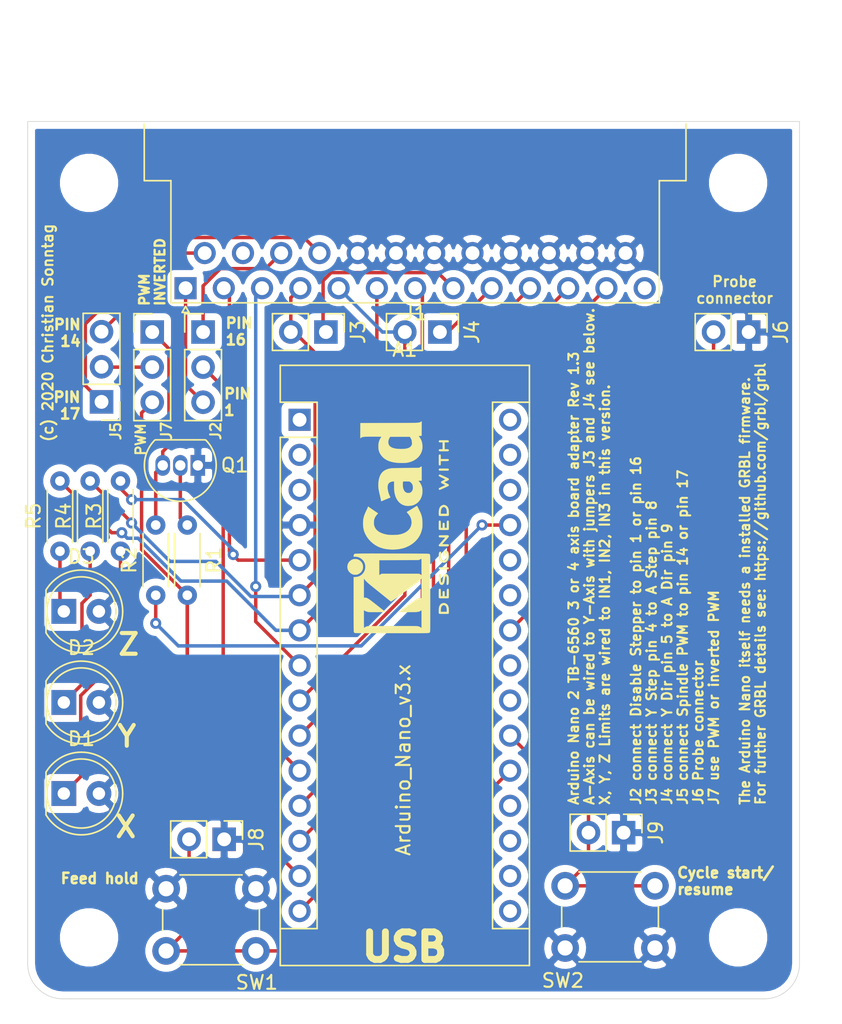
<source format=kicad_pcb>
(kicad_pcb (version 20171130) (host pcbnew 5.1.6-c6e7f7d~87~ubuntu20.04.1)
  (layers (0 F.Cu signal) (31 B.Cu signal) (34 B.Paste user) (35 F.Paste user) (36 B.SilkS user) (37 F.SilkS user) (38 B.Mask user) (39 F.Mask user) (44 Edge.Cuts user))
  (net 0 "")
  (net 1 "Net-(A1-Pad16)")
  (net 2 "Net-(A1-Pad30)")
  (net 3 Z_LIMIT)
  (net 4 "Net-(A1-Pad29)")
  (net 5 Y_LIMIT)
  (net 6 "Net-(A1-Pad28)")
  (net 7 X_LIMIT)
  (net 8 DISABLE_STEPPER)
  (net 9 "Net-(A1-Pad26)")
  (net 10 Z_DIR)
  (net 11 "Net-(A1-Pad25)")
  (net 12 Y_DIR)
  (net 13 X_DIR)
  (net 14 "Net-(A1-Pad23)")
  (net 15 Z_STEP)
  (net 16 "Net-(A1-Pad22)")
  (net 17 Y_STEP)
  (net 18 X_STEP)
  (net 19 GND)
  (net 20 "Net-(A1-Pad19)")
  (net 21 "Net-(A1-Pad3)")
  (net 22 "Net-(A1-Pad18)")
  (net 23 "Net-(A1-Pad2)")
  (net 24 "Net-(A1-Pad17)")
  (net 25 "Net-(A1-Pad1)")
  (net 26 "Net-(J1-Pad15)")
  (net 27 "Net-(J1-Pad13)")
  (net 28 DISABLE_STEPPER_16)
  (net 29 DISABLE_STEPPER_1)
  (net 30 A_DIR)
  (net 31 A_STEP)
  (net 32 SPINDLE_ENABLE_17)
  (net 33 SPINDLE_ENABLE_14)
  (net 34 SPINDLE_PWM)
  (net 35 VCC)
  (net 36 "Net-(Q1-Pad2)")
  (net 37 PROBE)
  (net 38 SPINDLE_PWM_SELECT)
  (net 39 SPINDLE_PWM_INVERTED)
  (net 40 CYCLE_START_RESUME)
  (net 41 FEED_HOLD)
  (net 42 "Net-(D1-Pad1)")
  (net 43 "Net-(D2-Pad1)")
  (net 44 "Net-(D3-Pad1)")
  (module Resistor_THT:R_Axial_DIN0204_L3.6mm_D1.6mm_P5.08mm_Horizontal (layer F.Cu) (at 128.7018 75.5523 90)
    (fp_text reference R5 (at 2.54 -1.92 90) (layer F.SilkS))
    (fp_text value "1k Ohm")
    (pad 2 thru_hole oval (at 5.08 0 90) (size 1.4 1.4) (drill 0.7) (layers *.Cu *.Mask) (net 15 Z_STEP))
    (pad 1 thru_hole circle (at 0 0 90) (size 1.4 1.4) (drill 0.7) (layers *.Cu *.Mask) (net 44 "Net-(D3-Pad1)"))
  )
  (module Resistor_THT:R_Axial_DIN0204_L3.6mm_D1.6mm_P5.08mm_Horizontal (layer F.Cu) (at 130.8862 75.5523 90)
    (fp_text reference R4 (at 2.54 -1.92 90) (layer F.SilkS))
    (fp_text value "1k Ohm")
    (pad 2 thru_hole oval (at 5.08 0 90) (size 1.4 1.4) (drill 0.7) (layers *.Cu *.Mask) (net 17 Y_STEP))
    (pad 1 thru_hole circle (at 0 0 90) (size 1.4 1.4) (drill 0.7) (layers *.Cu *.Mask) (net 43 "Net-(D2-Pad1)"))
  )
  (module Resistor_THT:R_Axial_DIN0204_L3.6mm_D1.6mm_P5.08mm_Horizontal (layer F.Cu) (at 133.0833 75.5523 90)
    (fp_text reference R3 (at 2.54 -1.92 90) (layer F.SilkS))
    (fp_text value "1k Ohm")
    (pad 2 thru_hole oval (at 5.08 0 90) (size 1.4 1.4) (drill 0.7) (layers *.Cu *.Mask) (net 18 X_STEP))
    (pad 1 thru_hole circle (at 0 0 90) (size 1.4 1.4) (drill 0.7) (layers *.Cu *.Mask) (net 42 "Net-(D1-Pad1)"))
  )
  (module LED_THT:LED_D5.0mm (layer F.Cu) (at 128.9812 79.9084)
    (fp_text reference D3 (at 1.27 -3.96) (layer F.SilkS))
    (fp_text value LED)
    (pad 2 thru_hole circle (at 2.54 0) (size 1.8 1.8) (drill 0.9) (layers *.Cu *.Mask) (net 19 GND))
    (pad 1 thru_hole rect (at 0 0) (size 1.8 1.8) (drill 0.9) (layers *.Cu *.Mask) (net 44 "Net-(D3-Pad1)"))
  )
  (module LED_THT:LED_D5.0mm (layer F.Cu) (at 128.9812 86.4997)
    (fp_text reference D2 (at 1.27 -3.96) (layer F.SilkS))
    (fp_text value LED)
    (pad 2 thru_hole circle (at 2.54 0) (size 1.8 1.8) (drill 0.9) (layers *.Cu *.Mask) (net 19 GND))
    (pad 1 thru_hole rect (at 0 0) (size 1.8 1.8) (drill 0.9) (layers *.Cu *.Mask) (net 43 "Net-(D2-Pad1)"))
  )
  (module LED_THT:LED_D5.0mm (layer F.Cu) (at 128.9812 93.091)
    (fp_text reference D1 (at 1.27 -3.96) (layer F.SilkS))
    (fp_text value LED)
    (pad 2 thru_hole circle (at 2.54 0) (size 1.8 1.8) (drill 0.9) (layers *.Cu *.Mask) (net 19 GND))
    (pad 1 thru_hole rect (at 0 0) (size 1.8 1.8) (drill 0.9) (layers *.Cu *.Mask) (net 42 "Net-(D1-Pad1)"))
  )
  (module Button_Switch_THT:SW_PUSH_6mm_H7.3mm (layer F.Cu) (at 165.2778 99.7712)
    (fp_text reference SW2 (at -0.1651 6.858) (layer F.SilkS))
    (fp_text value SW_Push)
    (pad 1 thru_hole circle (at 6.5 0 90) (size 2 2) (drill 1.1) (layers *.Cu *.Mask) (net 40 CYCLE_START_RESUME))
    (pad 2 thru_hole circle (at 6.5 4.5 90) (size 2 2) (drill 1.1) (layers *.Cu *.Mask) (net 19 GND))
    (pad 1 thru_hole circle (at 0 0 90) (size 2 2) (drill 1.1) (layers *.Cu *.Mask) (net 40 CYCLE_START_RESUME))
    (pad 2 thru_hole circle (at 0 4.5 90) (size 2 2) (drill 1.1) (layers *.Cu *.Mask) (net 19 GND))
  )
  (module Button_Switch_THT:SW_PUSH_6mm_H7.3mm (layer F.Cu) (at 142.8877 104.4829 180)
    (fp_text reference SW1 (at -0.0635 -2.286) (layer F.SilkS))
    (fp_text value SW_Push)
    (pad 1 thru_hole circle (at 6.5 0 270) (size 2 2) (drill 1.1) (layers *.Cu *.Mask) (net 41 FEED_HOLD))
    (pad 2 thru_hole circle (at 6.5 4.5 270) (size 2 2) (drill 1.1) (layers *.Cu *.Mask) (net 19 GND))
    (pad 1 thru_hole circle (at 0 0 270) (size 2 2) (drill 1.1) (layers *.Cu *.Mask) (net 41 FEED_HOLD))
    (pad 2 thru_hole circle (at 0 4.5 270) (size 2 2) (drill 1.1) (layers *.Cu *.Mask) (net 19 GND))
  )
  (module Connector_PinHeader_2.54mm:PinHeader_1x02_P2.54mm_Vertical (layer F.Cu) (at 169.5069 95.9231 270)
    (fp_text reference J9 (at 0 -2.33 90) (layer F.SilkS))
    (fp_text value Conn_01x02_Male)
    (pad 2 thru_hole oval (at 0 2.54 270) (size 1.7 1.7) (drill 1) (layers *.Cu *.Mask) (net 40 CYCLE_START_RESUME))
    (pad 1 thru_hole rect (at 0 0 270) (size 1.7 1.7) (drill 1) (layers *.Cu *.Mask) (net 19 GND))
  )
  (module Connector_PinHeader_2.54mm:PinHeader_1x02_P2.54mm_Vertical (layer F.Cu) (at 140.589 96.4057 270)
    (fp_text reference J8 (at 0 -2.33 90) (layer F.SilkS))
    (fp_text value Conn_01x02_Male)
    (pad 2 thru_hole oval (at 0 2.54 270) (size 1.7 1.7) (drill 1) (layers *.Cu *.Mask) (net 41 FEED_HOLD))
    (pad 1 thru_hole rect (at 0 0 270) (size 1.7 1.7) (drill 1) (layers *.Cu *.Mask) (net 19 GND))
  )
  (module Connector_PinHeader_2.54mm:PinHeader_1x03_P2.54mm_Vertical (layer F.Cu) (at 135.382 59.69)
    (fp_text reference J7 (at 1.0287 7.1501 90) (layer F.SilkS) (effects (font (size 0.75 0.75))))
    (fp_text value Conn_01x03_Male)
    (pad 3 thru_hole oval (at 0 5.08) (size 1.7 1.7) (drill 1) (layers *.Cu *.Mask) (net 34 SPINDLE_PWM))
    (pad 2 thru_hole oval (at 0 2.54) (size 1.7 1.7) (drill 1) (layers *.Cu *.Mask) (net 38 SPINDLE_PWM_SELECT))
    (pad 1 thru_hole rect (at 0 0) (size 1.7 1.7) (drill 1) (layers *.Cu *.Mask) (net 39 SPINDLE_PWM_INVERTED))
  )
  (module Resistor_THT:R_Axial_DIN0204_L3.6mm_D1.6mm_P5.08mm_Horizontal (layer F.Cu) (at 135.636 78.74 90)
    (fp_text reference R2 (at 2.54 -1.92 90) (layer F.SilkS))
    (fp_text value "1K Ohm")
    (pad 2 thru_hole oval (at 5.08 0 90) (size 1.4 1.4) (drill 0.7) (layers *.Cu *.Mask) (net 39 SPINDLE_PWM_INVERTED))
    (pad 1 thru_hole circle (at 0 0 90) (size 1.4 1.4) (drill 0.7) (layers *.Cu *.Mask) (net 35 VCC))
  )
  (module Resistor_THT:R_Axial_DIN0204_L3.6mm_D1.6mm_P5.08mm_Horizontal (layer F.Cu) (at 137.922 73.66 270)
    (fp_text reference R1 (at 2.54 -1.92 90) (layer F.SilkS))
    (fp_text value "1k Ohm")
    (pad 2 thru_hole oval (at 5.08 0 270) (size 1.4 1.4) (drill 0.7) (layers *.Cu *.Mask) (net 34 SPINDLE_PWM))
    (pad 1 thru_hole circle (at 0 0 270) (size 1.4 1.4) (drill 0.7) (layers *.Cu *.Mask) (net 36 "Net-(Q1-Pad2)"))
  )
  (module Connector_PinHeader_2.54mm:PinHeader_1x02_P2.54mm_Vertical (layer F.Cu) (at 178.562 59.69 270)
    (fp_text reference J6 (at 0 -2.33 90) (layer F.SilkS))
    (fp_text value Conn_01x02_Male)
    (pad 2 thru_hole oval (at 0 2.54 270) (size 1.7 1.7) (drill 1) (layers *.Cu *.Mask) (net 37 PROBE))
    (pad 1 thru_hole rect (at 0 0 270) (size 1.7 1.7) (drill 1) (layers *.Cu *.Mask) (net 19 GND))
  )
  (module Package_TO_SOT_THT:TO-92_Inline (layer F.Cu) (at 138.684 69.342 180)
    (fp_text reference Q1 (at -2.667 0.0127) (layer F.SilkS))
    (fp_text value 2N3904)
    (pad 1 thru_hole rect (at 0 0 180) (size 1.05 1.5) (drill 0.75) (layers *.Cu *.Mask) (net 19 GND))
    (pad 3 thru_hole oval (at 2.54 0 180) (size 1.05 1.5) (drill 0.75) (layers *.Cu *.Mask) (net 39 SPINDLE_PWM_INVERTED))
    (pad 2 thru_hole oval (at 1.27 0 180) (size 1.05 1.5) (drill 0.75) (layers *.Cu *.Mask) (net 36 "Net-(Q1-Pad2)"))
  )
  (module Connector_PinHeader_2.54mm:PinHeader_1x03_P2.54mm_Vertical (layer F.Cu) (at 131.7117 64.7446 180)
    (fp_text reference J5 (at -1.0287 -2.1209 90) (layer F.SilkS) (effects (font (size 0.75 0.75))))
    (fp_text value Conn_01x03_Male)
    (pad 3 thru_hole oval (at 0 5.08 180) (size 1.7 1.7) (drill 1) (layers *.Cu *.Mask) (net 33 SPINDLE_ENABLE_14))
    (pad 2 thru_hole oval (at 0 2.54 180) (size 1.7 1.7) (drill 1) (layers *.Cu *.Mask) (net 38 SPINDLE_PWM_SELECT))
    (pad 1 thru_hole rect (at 0 0 180) (size 1.7 1.7) (drill 1) (layers *.Cu *.Mask) (net 32 SPINDLE_ENABLE_17))
  )
  (module Connector_PinHeader_2.54mm:PinHeader_1x02_P2.54mm_Vertical (layer F.Cu) (at 156.21 59.69 270)
    (fp_text reference J4 (at 0 -2.33 90) (layer F.SilkS))
    (fp_text value Conn_01x02_Male)
    (pad 2 thru_hole oval (at 0 2.54 270) (size 1.7 1.7) (drill 1) (layers *.Cu *.Mask) (net 12 Y_DIR))
    (pad 1 thru_hole rect (at 0 0 270) (size 1.7 1.7) (drill 1) (layers *.Cu *.Mask) (net 30 A_DIR))
  )
  (module Connector_PinHeader_2.54mm:PinHeader_1x02_P2.54mm_Vertical (layer F.Cu) (at 147.955 59.69 270)
    (fp_text reference J3 (at 0 -2.33 90) (layer F.SilkS))
    (fp_text value Conn_01x02_Male)
    (pad 2 thru_hole oval (at 0 2.54 270) (size 1.7 1.7) (drill 1) (layers *.Cu *.Mask) (net 17 Y_STEP))
    (pad 1 thru_hole rect (at 0 0 270) (size 1.7 1.7) (drill 1) (layers *.Cu *.Mask) (net 31 A_STEP))
  )
  (module Connector_PinHeader_2.54mm:PinHeader_1x03_P2.54mm_Vertical (layer F.Cu) (at 139.065 59.69)
    (fp_text reference J2 (at 0.9144 7.1628 90) (layer F.SilkS) (effects (font (size 0.75 0.75))))
    (fp_text value Conn_01x03_Male)
    (pad 3 thru_hole oval (at 0 5.08) (size 1.7 1.7) (drill 1) (layers *.Cu *.Mask) (net 29 DISABLE_STEPPER_1))
    (pad 2 thru_hole oval (at 0 2.54) (size 1.7 1.7) (drill 1) (layers *.Cu *.Mask) (net 8 DISABLE_STEPPER))
    (pad 1 thru_hole rect (at 0 0) (size 1.7 1.7) (drill 1) (layers *.Cu *.Mask) (net 28 DISABLE_STEPPER_16))
  )
  (module Symbol:KiCad-Logo2_6mm_SilkScreen (layer F.Cu) (at 152.4889 73.8251 90)
    (fp_text reference REF** hide)
    (fp_text value KiCad-Logo2_6mm_SilkScreen hide)
  )
  (module MountingHole:MountingHole_3.2mm_M3 (layer F.Cu) (at 177.8 48.895)
    (fp_text reference REF** hide)
    (fp_text value MountingHole_3.2mm_M3 hide)
    (pad 1 np_thru_hole circle (at 0 0) (size 3.2 3.2) (drill 3.2) (layers *.Cu *.Mask))
  )
  (module MountingHole:MountingHole_3.2mm_M3 (layer F.Cu) (at 130.81 48.895)
    (fp_text reference REF** hide)
    (fp_text value MountingHole_3.2mm_M3 hide)
    (pad 1 np_thru_hole circle (at 0 0) (size 3.2 3.2) (drill 3.2) (layers *.Cu *.Mask))
  )
  (module MountingHole:MountingHole_3.2mm_M3 (layer F.Cu) (at 130.81 103.505)
    (fp_text reference REF** hide)
    (fp_text value MountingHole_3.2mm_M3 hide)
    (pad 1 np_thru_hole circle (at 0 0) (size 3.2 3.2) (drill 3.2) (layers *.Cu *.Mask))
  )
  (module MountingHole:MountingHole_3.2mm_M3 (layer F.Cu) (at 177.8 103.505)
    (fp_text reference REF** hide)
    (fp_text value MountingHole_3.2mm_M3 hide)
    (pad 1 np_thru_hole circle (at 0 0) (size 3.2 3.2) (drill 3.2) (layers *.Cu *.Mask))
  )
  (module Connector_Dsub:DSUB-25_Female_Horizontal_P2.77x2.54mm_EdgePinOffset9.40mm (layer F.Cu) (at 137.795 56.515 180)
    (fp_text reference J1 (at -16.62 -1.8) (layer F.SilkS))
    (fp_text value DB25_Female_MountingHoles)
    (pad 25 thru_hole circle (at -31.855 2.54 180) (size 1.6 1.6) (drill 1) (layers *.Cu *.Mask) (net 19 GND))
    (pad 24 thru_hole circle (at -29.085 2.54 180) (size 1.6 1.6) (drill 1) (layers *.Cu *.Mask) (net 19 GND))
    (pad 23 thru_hole circle (at -26.315 2.54 180) (size 1.6 1.6) (drill 1) (layers *.Cu *.Mask) (net 19 GND))
    (pad 22 thru_hole circle (at -23.545 2.54 180) (size 1.6 1.6) (drill 1) (layers *.Cu *.Mask) (net 19 GND))
    (pad 21 thru_hole circle (at -20.775 2.54 180) (size 1.6 1.6) (drill 1) (layers *.Cu *.Mask) (net 19 GND))
    (pad 20 thru_hole circle (at -18.005 2.54 180) (size 1.6 1.6) (drill 1) (layers *.Cu *.Mask) (net 19 GND))
    (pad 19 thru_hole circle (at -15.235 2.54 180) (size 1.6 1.6) (drill 1) (layers *.Cu *.Mask) (net 19 GND))
    (pad 18 thru_hole circle (at -12.465 2.54 180) (size 1.6 1.6) (drill 1) (layers *.Cu *.Mask) (net 19 GND))
    (pad 17 thru_hole circle (at -9.695 2.54 180) (size 1.6 1.6) (drill 1) (layers *.Cu *.Mask) (net 32 SPINDLE_ENABLE_17))
    (pad 16 thru_hole circle (at -6.925 2.54 180) (size 1.6 1.6) (drill 1) (layers *.Cu *.Mask) (net 28 DISABLE_STEPPER_16))
    (pad 15 thru_hole circle (at -4.155 2.54 180) (size 1.6 1.6) (drill 1) (layers *.Cu *.Mask) (net 26 "Net-(J1-Pad15)"))
    (pad 14 thru_hole circle (at -1.385 2.54 180) (size 1.6 1.6) (drill 1) (layers *.Cu *.Mask) (net 33 SPINDLE_ENABLE_14))
    (pad 13 thru_hole circle (at -33.24 0 180) (size 1.6 1.6) (drill 1) (layers *.Cu *.Mask) (net 27 "Net-(J1-Pad13)"))
    (pad 12 thru_hole circle (at -30.47 0 180) (size 1.6 1.6) (drill 1) (layers *.Cu *.Mask) (net 3 Z_LIMIT))
    (pad 11 thru_hole circle (at -27.7 0 180) (size 1.6 1.6) (drill 1) (layers *.Cu *.Mask) (net 5 Y_LIMIT))
    (pad 10 thru_hole circle (at -24.93 0 180) (size 1.6 1.6) (drill 1) (layers *.Cu *.Mask) (net 7 X_LIMIT))
    (pad 9 thru_hole circle (at -22.16 0 180) (size 1.6 1.6) (drill 1) (layers *.Cu *.Mask) (net 30 A_DIR))
    (pad 8 thru_hole circle (at -19.39 0 180) (size 1.6 1.6) (drill 1) (layers *.Cu *.Mask) (net 31 A_STEP))
    (pad 7 thru_hole circle (at -16.62 0 180) (size 1.6 1.6) (drill 1) (layers *.Cu *.Mask) (net 10 Z_DIR))
    (pad 6 thru_hole circle (at -13.85 0 180) (size 1.6 1.6) (drill 1) (layers *.Cu *.Mask) (net 15 Z_STEP))
    (pad 5 thru_hole circle (at -11.08 0 180) (size 1.6 1.6) (drill 1) (layers *.Cu *.Mask) (net 12 Y_DIR))
    (pad 4 thru_hole circle (at -8.31 0 180) (size 1.6 1.6) (drill 1) (layers *.Cu *.Mask) (net 17 Y_STEP))
    (pad 3 thru_hole circle (at -5.54 0 180) (size 1.6 1.6) (drill 1) (layers *.Cu *.Mask) (net 13 X_DIR))
    (pad 2 thru_hole circle (at -2.77 0 180) (size 1.6 1.6) (drill 1) (layers *.Cu *.Mask) (net 18 X_STEP))
    (pad 1 thru_hole rect (at 0 0 180) (size 1.6 1.6) (drill 1) (layers *.Cu *.Mask) (net 29 DISABLE_STEPPER_1))
  )
  (module Module:Arduino_Nano (layer F.Cu) (at 146.05 66.04)
    (fp_text reference A1 (at 7.62 -5.08) (layer F.SilkS))
    (fp_text value Arduino_Nano_v3.x (at 7.5057 24.6253 90) (layer F.SilkS))
    (pad 16 thru_hole oval (at 15.24 35.56) (size 1.6 1.6) (drill 1) (layers *.Cu *.Mask) (net 1 "Net-(A1-Pad16)"))
    (pad 15 thru_hole oval (at 0 35.56) (size 1.6 1.6) (drill 1) (layers *.Cu *.Mask) (net 3 Z_LIMIT))
    (pad 30 thru_hole oval (at 15.24 0) (size 1.6 1.6) (drill 1) (layers *.Cu *.Mask) (net 2 "Net-(A1-Pad30)"))
    (pad 14 thru_hole oval (at 0 33.02) (size 1.6 1.6) (drill 1) (layers *.Cu *.Mask) (net 34 SPINDLE_PWM))
    (pad 29 thru_hole oval (at 15.24 2.54) (size 1.6 1.6) (drill 1) (layers *.Cu *.Mask) (net 4 "Net-(A1-Pad29)"))
    (pad 13 thru_hole oval (at 0 30.48) (size 1.6 1.6) (drill 1) (layers *.Cu *.Mask) (net 5 Y_LIMIT))
    (pad 28 thru_hole oval (at 15.24 5.08) (size 1.6 1.6) (drill 1) (layers *.Cu *.Mask) (net 6 "Net-(A1-Pad28)"))
    (pad 12 thru_hole oval (at 0 27.94) (size 1.6 1.6) (drill 1) (layers *.Cu *.Mask) (net 7 X_LIMIT))
    (pad 27 thru_hole oval (at 15.24 7.62) (size 1.6 1.6) (drill 1) (layers *.Cu *.Mask) (net 35 VCC))
    (pad 11 thru_hole oval (at 0 25.4) (size 1.6 1.6) (drill 1) (layers *.Cu *.Mask) (net 8 DISABLE_STEPPER))
    (pad 26 thru_hole oval (at 15.24 10.16) (size 1.6 1.6) (drill 1) (layers *.Cu *.Mask) (net 9 "Net-(A1-Pad26)"))
    (pad 10 thru_hole oval (at 0 22.86) (size 1.6 1.6) (drill 1) (layers *.Cu *.Mask) (net 10 Z_DIR))
    (pad 25 thru_hole oval (at 15.24 12.7) (size 1.6 1.6) (drill 1) (layers *.Cu *.Mask) (net 11 "Net-(A1-Pad25)"))
    (pad 9 thru_hole oval (at 0 20.32) (size 1.6 1.6) (drill 1) (layers *.Cu *.Mask) (net 12 Y_DIR))
    (pad 24 thru_hole oval (at 15.24 15.24) (size 1.6 1.6) (drill 1) (layers *.Cu *.Mask) (net 37 PROBE))
    (pad 8 thru_hole oval (at 0 17.78) (size 1.6 1.6) (drill 1) (layers *.Cu *.Mask) (net 13 X_DIR))
    (pad 23 thru_hole oval (at 15.24 17.78) (size 1.6 1.6) (drill 1) (layers *.Cu *.Mask) (net 14 "Net-(A1-Pad23)"))
    (pad 7 thru_hole oval (at 0 15.24) (size 1.6 1.6) (drill 1) (layers *.Cu *.Mask) (net 15 Z_STEP))
    (pad 22 thru_hole oval (at 15.24 20.32) (size 1.6 1.6) (drill 1) (layers *.Cu *.Mask) (net 16 "Net-(A1-Pad22)"))
    (pad 6 thru_hole oval (at 0 12.7) (size 1.6 1.6) (drill 1) (layers *.Cu *.Mask) (net 17 Y_STEP))
    (pad 21 thru_hole oval (at 15.24 22.86) (size 1.6 1.6) (drill 1) (layers *.Cu *.Mask) (net 40 CYCLE_START_RESUME))
    (pad 5 thru_hole oval (at 0 10.16) (size 1.6 1.6) (drill 1) (layers *.Cu *.Mask) (net 18 X_STEP))
    (pad 20 thru_hole oval (at 15.24 25.4) (size 1.6 1.6) (drill 1) (layers *.Cu *.Mask) (net 41 FEED_HOLD))
    (pad 4 thru_hole oval (at 0 7.62) (size 1.6 1.6) (drill 1) (layers *.Cu *.Mask) (net 19 GND))
    (pad 19 thru_hole oval (at 15.24 27.94) (size 1.6 1.6) (drill 1) (layers *.Cu *.Mask) (net 20 "Net-(A1-Pad19)"))
    (pad 3 thru_hole oval (at 0 5.08) (size 1.6 1.6) (drill 1) (layers *.Cu *.Mask) (net 21 "Net-(A1-Pad3)"))
    (pad 18 thru_hole oval (at 15.24 30.48) (size 1.6 1.6) (drill 1) (layers *.Cu *.Mask) (net 22 "Net-(A1-Pad18)"))
    (pad 2 thru_hole oval (at 0 2.54) (size 1.6 1.6) (drill 1) (layers *.Cu *.Mask) (net 23 "Net-(A1-Pad2)"))
    (pad 17 thru_hole oval (at 15.24 33.02) (size 1.6 1.6) (drill 1) (layers *.Cu *.Mask) (net 24 "Net-(A1-Pad17)"))
    (pad 1 thru_hole rect (at 0 0) (size 1.6 1.6) (drill 1) (layers *.Cu *.Mask) (net 25 "Net-(A1-Pad1)"))
  )
  (gr_text USB (at 153.6446 104.2035) (layer F.SilkS) (effects (font (size 2 2) (thickness 0.5))))
  (gr_text X (at 133.4643 95.504) (layer F.SilkS) (effects (font (size 1.5 1.5) (thickness 0.3))))
  (gr_text Y (at 133.5405 88.9508) (layer F.SilkS) (effects (font (size 1.5 1.5) (thickness 0.3))))
  (gr_text Z (at 133.6802 82.296) (layer F.SilkS) (effects (font (size 1.5 1.5) (thickness 0.3))))
  (gr_text "Cycle start/\nresume" (at 173.2915 99.4283) (layer F.SilkS) (effects (font (size 0.75 0.75) (thickness 0.1875)) (justify left)))
  (gr_text "Feed hold" (at 131.5847 99.2378) (layer F.SilkS) (effects (font (size 0.75 0.75) (thickness 0.1875))))
  (gr_text PWM (at 134.5438 66.2178 90) (layer F.SilkS) (effects (font (size 0.7 0.7)) (justify right)))
  (gr_text "PWM\nINVERTED" (at 135.382 57.8866 90) (layer F.SilkS) (effects (font (size 0.7 0.7) (thickness 0.175)) (justify left)))
  (gr_text "Probe\nconnector" (at 177.546 56.642) (layer F.SilkS) (effects (font (size 0.75 0.75))))
  (gr_text "PIN\n17" (at 130.2766 65.0113) (layer F.SilkS) (effects (font (size 0.75 0.75) (thickness 0.1875)) (justify right)))
  (gr_text "PIN\n14" (at 130.302 59.7535) (layer F.SilkS) (effects (font (size 0.75 0.75) (thickness 0.1875)) (justify right)))
  (gr_text "PIN\n16" (at 140.6017 59.6519) (layer F.SilkS) (effects (font (size 0.75 0.75) (thickness 0.1875)) (justify left)))
  (gr_text "PIN\n1" (at 140.4874 64.7573) (layer F.SilkS) (effects (font (size 0.75 0.75) (thickness 0.1875)) (justify left)))
  (gr_text "(c) 2020 Christian Sonntag" (at 127.8255 67.7164 90) (layer F.SilkS) (effects (font (size 0.75 0.75)) (justify left)))
  (gr_text "Arduino Nano 2 TB-6560 3 or 4 axis board adapter Rev 1.3\nA-Axis can be wired to Y-Axis with jumpers J3 and J4 see below. \nX, Y, Z Limits are wired to IN1, IN2, IN3 in this version.\n\nJ2 connect Disable Stepper to pin 1 or pin 16 \nJ3 connect Y Step pin 4 to A Step pin 8\nJ4 connect Y Dir pin 5 to A Dir pin 9\nJ5 connect Spindle PWM to pin 14 or pin 17\nJ6 Probe connector\nJ7 use PWM or inverted PWM\n\nThe Arduino Nano itself needs a installed GRBL firmware. \nFor further GRBL details see: https://github.com/grbl/grbl" (at 172.6565 93.9927 90) (layer F.SilkS) (effects (font (size 0.7 0.7)) (justify left)))
  (gr_line (start 182.245 105.41) (end 182.245 44.45) (layer Edge.Cuts) (width 0.05))
  (gr_arc (start 128.905 105.41) (end 126.365 105.41) (angle -90) (layer Edge.Cuts) (width 0.05))
  (gr_arc (start 179.705 105.41) (end 179.705 107.95) (angle -90) (layer Edge.Cuts) (width 0.05))
  (gr_line (start 126.365 105.41) (end 126.365 44.45) (layer Edge.Cuts) (width 0.05))
  (gr_line (start 179.705 107.95) (end 128.905 107.95) (layer Edge.Cuts) (width 0.05))
  (gr_line (start 126.365 44.45) (end 182.245 44.45) (layer Edge.Cuts) (width 0.05))
  (segment (start 158.115 66.665) (end 168.265 56.515) (width 0.25) (layer F.Cu) (net 3))
  (segment (start 158.115 89.535) (end 158.115 86.487) (width 0.25) (layer F.Cu) (net 3))
  (segment (start 158.115 86.487) (end 158.115 86.995) (width 0.25) (layer F.Cu) (net 3))
  (segment (start 146.05 101.6) (end 158.115 89.535) (width 0.25) (layer F.Cu) (net 3))
  (segment (start 158.115 66.665) (end 158.115 86.487) (width 0.25) (layer F.Cu) (net 3))
  (segment (start 156.845 65.165) (end 165.495 56.515) (width 0.25) (layer F.Cu) (net 5))
  (segment (start 156.845 85.725) (end 146.05 96.52) (width 0.25) (layer F.Cu) (net 5))
  (segment (start 156.845 65.165) (end 156.845 85.725) (width 0.25) (layer F.Cu) (net 5))
  (segment (start 155.74 63.5) (end 162.725 56.515) (width 0.25) (layer F.Cu) (net 7))
  (segment (start 155.74 84.29) (end 146.05 93.98) (width 0.25) (layer F.Cu) (net 7))
  (segment (start 155.74 63.5) (end 155.74 84.29) (width 0.25) (layer F.Cu) (net 7))
  (segment (start 140.51999 63.68499) (end 139.065 62.23) (width 0.25) (layer F.Cu) (net 8))
  (segment (start 140.51999 85.90999) (end 140.51999 63.68499) (width 0.25) (layer F.Cu) (net 8))
  (segment (start 146.05 91.44) (end 140.51999 85.90999) (width 0.25) (layer F.Cu) (net 8))
  (segment (start 154.94 57.04) (end 154.415 56.515) (width 0.25) (layer F.Cu) (net 10))
  (segment (start 154.94 80.01) (end 154.94 57.04) (width 0.25) (layer F.Cu) (net 10))
  (segment (start 146.05 88.9) (end 154.94 80.01) (width 0.25) (layer F.Cu) (net 10))
  (via (at 153.67 59.69) (size 0.8) (drill 0.4) (layers F.Cu B.Cu) (net 12))
  (segment (start 153.67 78.74) (end 153.67 59.69) (width 0.25) (layer F.Cu) (net 12))
  (segment (start 146.05 86.36) (end 153.67 78.74) (width 0.25) (layer F.Cu) (net 12))
  (segment (start 152.05 59.69) (end 148.875 56.515) (width 0.25) (layer B.Cu) (net 12))
  (segment (start 153.67 59.69) (end 152.05 59.69) (width 0.25) (layer B.Cu) (net 12))
  (via (at 142.875 78.105) (size 0.8) (drill 0.4) (layers F.Cu B.Cu) (net 13))
  (segment (start 142.875 80.645) (end 142.875 78.105) (width 0.25) (layer F.Cu) (net 13))
  (segment (start 146.05 83.82) (end 142.875 80.645) (width 0.25) (layer F.Cu) (net 13))
  (segment (start 142.875 56.975) (end 143.335 56.515) (width 0.25) (layer B.Cu) (net 13))
  (segment (start 142.875 78.105) (end 142.875 56.975) (width 0.25) (layer B.Cu) (net 13))
  (segment (start 151.645 75.685) (end 146.05 81.28) (width 0.25) (layer F.Cu) (net 15))
  (segment (start 151.645 56.515) (end 151.645 75.685) (width 0.25) (layer F.Cu) (net 15))
  (via (at 133.177579 74.213394) (size 0.8) (drill 0.4) (layers F.Cu B.Cu) (net 15))
  (segment (start 132.442894 74.213394) (end 133.177579 74.213394) (width 0.25) (layer F.Cu) (net 15))
  (segment (start 128.7018 70.4723) (end 132.442894 74.213394) (width 0.25) (layer F.Cu) (net 15))
  (segment (start 137.456988 77.714999) (end 140.775587 77.714999) (width 0.25) (layer B.Cu) (net 15))
  (segment (start 134.355382 74.613393) (end 137.456988 77.714999) (width 0.25) (layer B.Cu) (net 15))
  (segment (start 133.577578 74.613393) (end 134.355382 74.613393) (width 0.25) (layer B.Cu) (net 15))
  (segment (start 144.340588 81.28) (end 146.05 81.28) (width 0.25) (layer B.Cu) (net 15))
  (segment (start 140.775587 77.714999) (end 144.340588 81.28) (width 0.25) (layer B.Cu) (net 15))
  (segment (start 133.177579 74.213394) (end 133.577578 74.613393) (width 0.25) (layer B.Cu) (net 15))
  (segment (start 146.05 78.74) (end 147.175001 77.614999) (width 0.25) (layer F.Cu) (net 17))
  (segment (start 145.669998 59.69) (end 145.415 59.69) (width 0.25) (layer F.Cu) (net 17))
  (segment (start 147.175001 61.195003) (end 145.669998 59.69) (width 0.25) (layer F.Cu) (net 17))
  (segment (start 147.175001 77.614999) (end 147.175001 61.195003) (width 0.25) (layer F.Cu) (net 17))
  (segment (start 145.415 57.205) (end 146.105 56.515) (width 0.25) (layer F.Cu) (net 17))
  (segment (start 145.415 59.69) (end 145.415 57.205) (width 0.25) (layer F.Cu) (net 17))
  (via (at 133.885999 73.5076) (size 0.8) (drill 0.4) (layers F.Cu B.Cu) (net 17))
  (segment (start 133.885999 73.472099) (end 133.885999 73.5076) (width 0.25) (layer F.Cu) (net 17))
  (segment (start 130.8862 70.4723) (end 133.885999 73.472099) (width 0.25) (layer F.Cu) (net 17))
  (segment (start 145.959999 78.830001) (end 146.05 78.74) (width 0.25) (layer B.Cu) (net 17))
  (segment (start 142.526999 78.830001) (end 145.959999 78.830001) (width 0.25) (layer B.Cu) (net 17))
  (segment (start 139.986999 76.290001) (end 142.526999 78.830001) (width 0.25) (layer B.Cu) (net 17))
  (segment (start 136.6684 76.290001) (end 139.986999 76.290001) (width 0.25) (layer B.Cu) (net 17))
  (segment (start 133.885999 73.5076) (end 136.6684 76.290001) (width 0.25) (layer B.Cu) (net 17))
  (segment (start 140.335 56.745) (end 140.565 56.515) (width 0.25) (layer F.Cu) (net 18))
  (segment (start 146.05 76.2) (end 141.605 76.2) (width 0.25) (layer F.Cu) (net 18))
  (segment (start 140.97 75.565) (end 140.97 56.92) (width 0.25) (layer F.Cu) (net 18))
  (segment (start 141.605 76.2) (end 140.97 75.565) (width 0.25) (layer F.Cu) (net 18))
  (segment (start 133.0833 70.4723) (end 133.0833 70.888801) (width 0.25) (layer F.Cu) (net 18))
  (via (at 133.885999 71.8185) (size 0.8) (drill 0.4) (layers F.Cu B.Cu) (net 18))
  (segment (start 133.0833 71.015801) (end 133.885999 71.8185) (width 0.25) (layer F.Cu) (net 18))
  (segment (start 133.0833 70.4723) (end 133.0833 71.015801) (width 0.25) (layer F.Cu) (net 18))
  (via (at 141.24499 75.7936) (size 0.8) (drill 0.4) (layers F.Cu B.Cu) (net 18))
  (segment (start 141.24499 75.465988) (end 141.24499 75.7936) (width 0.25) (layer B.Cu) (net 18))
  (segment (start 137.597502 71.8185) (end 141.24499 75.465988) (width 0.25) (layer B.Cu) (net 18))
  (segment (start 133.885999 71.8185) (end 137.597502 71.8185) (width 0.25) (layer B.Cu) (net 18))
  (segment (start 143.594999 55.100001) (end 144.72 53.975) (width 0.25) (layer F.Cu) (net 28))
  (segment (start 140.314997 55.100001) (end 143.594999 55.100001) (width 0.25) (layer F.Cu) (net 28))
  (segment (start 139.065 56.349998) (end 140.314997 55.100001) (width 0.25) (layer F.Cu) (net 28))
  (segment (start 139.065 59.69) (end 139.065 56.349998) (width 0.25) (layer F.Cu) (net 28))
  (segment (start 137.16 56.515) (end 137.795 56.515) (width 0.25) (layer F.Cu) (net 29))
  (segment (start 137.795 63.5) (end 139.065 64.77) (width 0.25) (layer F.Cu) (net 29))
  (segment (start 137.795 56.515) (end 137.795 63.5) (width 0.25) (layer F.Cu) (net 29))
  (segment (start 156.78 59.69) (end 159.955 56.515) (width 0.25) (layer F.Cu) (net 30))
  (segment (start 156.21 59.69) (end 156.78 59.69) (width 0.25) (layer F.Cu) (net 30))
  (segment (start 156.059999 55.389999) (end 157.185 56.515) (width 0.25) (layer F.Cu) (net 31))
  (segment (start 148.334999 55.389999) (end 156.059999 55.389999) (width 0.25) (layer F.Cu) (net 31))
  (segment (start 147.749999 55.974999) (end 148.334999 55.389999) (width 0.25) (layer F.Cu) (net 31))
  (segment (start 147.749999 59.484999) (end 147.749999 55.974999) (width 0.25) (layer F.Cu) (net 31))
  (segment (start 147.955 59.69) (end 147.749999 59.484999) (width 0.25) (layer F.Cu) (net 31))
  (segment (start 146.364999 52.849999) (end 147.49 53.975) (width 0.25) (layer F.Cu) (net 32))
  (segment (start 130.536699 59.100599) (end 136.787299 52.849999) (width 0.25) (layer F.Cu) (net 32))
  (segment (start 136.787299 52.849999) (end 146.364999 52.849999) (width 0.25) (layer F.Cu) (net 32))
  (segment (start 130.536699 63.569599) (end 130.536699 59.100599) (width 0.25) (layer F.Cu) (net 32))
  (segment (start 131.7117 64.7446) (end 130.536699 63.569599) (width 0.25) (layer F.Cu) (net 32))
  (segment (start 137.4013 53.975) (end 139.18 53.975) (width 0.25) (layer F.Cu) (net 33))
  (segment (start 131.7117 59.6646) (end 137.4013 53.975) (width 0.25) (layer F.Cu) (net 33))
  (segment (start 146.05 99.06) (end 137.922 90.932) (width 0.25) (layer F.Cu) (net 34))
  (segment (start 137.922 84.582) (end 137.922 79.508998) (width 0.25) (layer F.Cu) (net 34))
  (segment (start 137.922 90.932) (end 137.922 84.582) (width 0.25) (layer F.Cu) (net 34))
  (segment (start 137.922 84.582) (end 137.922 78.74) (width 0.25) (layer F.Cu) (net 34))
  (segment (start 134.610999 65.541001) (end 135.382 64.77) (width 0.25) (layer F.Cu) (net 34))
  (segment (start 134.610999 75.428999) (end 134.610999 65.541001) (width 0.25) (layer F.Cu) (net 34))
  (segment (start 137.922 78.74) (end 134.610999 75.428999) (width 0.25) (layer F.Cu) (net 34))
  (via (at 159.258 73.66) (size 0.8) (drill 0.4) (layers F.Cu B.Cu) (net 35))
  (segment (start 159.258 73.66) (end 161.29 73.66) (width 0.25) (layer F.Cu) (net 35))
  (via (at 135.636 80.772) (size 0.8) (drill 0.4) (layers F.Cu B.Cu) (net 35))
  (segment (start 135.636 80.772) (end 135.636 78.74) (width 0.25) (layer F.Cu) (net 35))
  (segment (start 137.269001 82.405001) (end 135.636 80.772) (width 0.25) (layer B.Cu) (net 35))
  (segment (start 150.512999 82.405001) (end 137.269001 82.405001) (width 0.25) (layer B.Cu) (net 35))
  (segment (start 159.258 73.66) (end 150.512999 82.405001) (width 0.25) (layer B.Cu) (net 35))
  (segment (start 137.414 73.152) (end 137.414 69.342) (width 0.25) (layer F.Cu) (net 36))
  (segment (start 137.922 73.66) (end 137.414 73.152) (width 0.25) (layer F.Cu) (net 36))
  (segment (start 176.022 66.548) (end 176.022 59.69) (width 0.25) (layer F.Cu) (net 37))
  (segment (start 161.29 81.28) (end 176.022 66.548) (width 0.25) (layer F.Cu) (net 37))
  (segment (start 131.7371 62.23) (end 131.7117 62.2046) (width 0.25) (layer F.Cu) (net 38))
  (segment (start 135.382 62.23) (end 131.7371 62.23) (width 0.25) (layer F.Cu) (net 38))
  (segment (start 135.636 69.85) (end 136.144 69.342) (width 0.25) (layer F.Cu) (net 39))
  (segment (start 135.636 73.66) (end 135.636 69.85) (width 0.25) (layer F.Cu) (net 39))
  (segment (start 136.59401 60.90201) (end 135.382 59.69) (width 0.25) (layer F.Cu) (net 39))
  (segment (start 136.59401 67.89199) (end 136.59401 60.90201) (width 0.25) (layer F.Cu) (net 39))
  (segment (start 136.144 68.342) (end 136.59401 67.89199) (width 0.25) (layer F.Cu) (net 39))
  (segment (start 136.144 69.342) (end 136.144 68.342) (width 0.25) (layer F.Cu) (net 39))
  (segment (start 166.9669 94.5769) (end 166.9669 95.9231) (width 0.25) (layer F.Cu) (net 40))
  (segment (start 161.29 88.9) (end 166.9669 94.5769) (width 0.25) (layer F.Cu) (net 40))
  (segment (start 166.9669 98.0821) (end 165.2778 99.7712) (width 0.25) (layer F.Cu) (net 40))
  (segment (start 166.9669 95.9231) (end 166.9669 98.0821) (width 0.25) (layer F.Cu) (net 40))
  (segment (start 165.2778 99.7712) (end 171.7778 99.7712) (width 0.25) (layer F.Cu) (net 40))
  (segment (start 148.2471 104.4829) (end 161.29 91.44) (width 0.25) (layer F.Cu) (net 41))
  (segment (start 142.8877 104.4829) (end 148.2471 104.4829) (width 0.25) (layer F.Cu) (net 41))
  (segment (start 142.8877 104.4829) (end 136.3877 104.4829) (width 0.25) (layer F.Cu) (net 41))
  (segment (start 138.049 102.8216) (end 138.049 96.4057) (width 0.25) (layer F.Cu) (net 41))
  (segment (start 136.3877 104.4829) (end 138.049 102.8216) (width 0.25) (layer F.Cu) (net 41))
  (segment (start 130.206201 91.865999) (end 128.9812 93.091) (width 0.25) (layer F.Cu) (net 42))
  (segment (start 130.206201 86.001697) (end 130.206201 91.865999) (width 0.25) (layer F.Cu) (net 42))
  (segment (start 133.0833 83.124598) (end 130.206201 86.001697) (width 0.25) (layer F.Cu) (net 42))
  (segment (start 133.0833 75.5523) (end 133.0833 83.124598) (width 0.25) (layer F.Cu) (net 42))
  (segment (start 130.296199 85.184701) (end 128.9812 86.4997) (width 0.25) (layer F.Cu) (net 43))
  (segment (start 130.296199 79.320399) (end 130.296199 85.184701) (width 0.25) (layer F.Cu) (net 43))
  (segment (start 130.8862 78.730398) (end 130.296199 79.320399) (width 0.25) (layer F.Cu) (net 43))
  (segment (start 130.8862 75.5523) (end 130.8862 78.730398) (width 0.25) (layer F.Cu) (net 43))
  (segment (start 128.7018 79.629) (end 128.9812 79.9084) (width 0.25) (layer F.Cu) (net 44))
  (segment (start 128.7018 75.5523) (end 128.7018 79.629) (width 0.25) (layer F.Cu) (net 44))
  (zone (net 19) (net_name GND) (layer B.Cu) (connect_pads (clearance 0.508)) (min_thickness 0.254) (fill yes (arc_segments 32) (thermal_gap 0.508) (thermal_bridge_width 0.508))
    (polygon (pts (xy 185.142188 109.775625) (xy 124.360782 109.735938) (xy 124.559219 43.934063) (xy 185.340625 43.97375)))
  )
)
</source>
